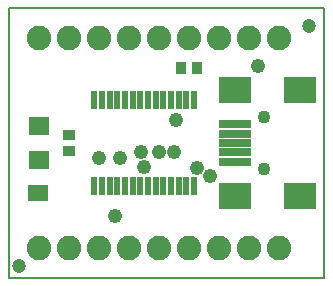
<source format=gts>
G04 Layer_Color=8388736*
%FSLAX25Y25*%
%MOIN*%
G70*
G01*
G75*
%ADD19C,0.00800*%
%ADD24R,0.03556X0.04343*%
%ADD25R,0.04343X0.03556*%
%ADD26R,0.07099X0.06312*%
%ADD27R,0.10643X0.02769*%
%ADD28R,0.10643X0.08674*%
%ADD29R,0.03300X0.05800*%
%ADD30R,0.02170X0.06300*%
G04:AMPARAMS|DCode=31|XSize=47.37mil|YSize=47.37mil|CornerRadius=23.68mil|HoleSize=0mil|Usage=FLASHONLY|Rotation=0.000|XOffset=0mil|YOffset=0mil|HoleType=Round|Shape=RoundedRectangle|*
%AMROUNDEDRECTD31*
21,1,0.04737,0.00000,0,0,0.0*
21,1,0.00000,0.04737,0,0,0.0*
1,1,0.04737,0.00000,0.00000*
1,1,0.04737,0.00000,0.00000*
1,1,0.04737,0.00000,0.00000*
1,1,0.04737,0.00000,0.00000*
%
%ADD31ROUNDEDRECTD31*%
%ADD32C,0.04343*%
%ADD33C,0.08200*%
%ADD34C,0.04800*%
D19*
X100000Y190000D02*
X205000D01*
Y100000D02*
Y190000D01*
X100000Y100000D02*
X205000D01*
X100000D02*
Y190000D01*
D24*
X157441Y170000D02*
D03*
X162559D02*
D03*
D25*
X120000Y147559D02*
D03*
Y142441D02*
D03*
D26*
X110000Y139488D02*
D03*
Y150512D02*
D03*
D27*
X175157Y145000D02*
D03*
Y141850D02*
D03*
Y151299D02*
D03*
Y148150D02*
D03*
Y138701D02*
D03*
D28*
X196811Y162717D02*
D03*
Y127283D02*
D03*
X175157Y162717D02*
D03*
Y127283D02*
D03*
D29*
X108078Y128490D02*
D03*
X111425D02*
D03*
D30*
X128366Y159394D02*
D03*
X130925D02*
D03*
X133484D02*
D03*
X136043D02*
D03*
X138602D02*
D03*
X141161D02*
D03*
X143720D02*
D03*
X148839D02*
D03*
X146280D02*
D03*
X151398D02*
D03*
X153957D02*
D03*
X156516D02*
D03*
X159075D02*
D03*
X161634D02*
D03*
X128366Y130606D02*
D03*
X130925D02*
D03*
X133484D02*
D03*
X136043D02*
D03*
X138602D02*
D03*
X141161D02*
D03*
X143720D02*
D03*
X146280D02*
D03*
X148839D02*
D03*
X151398D02*
D03*
X153957D02*
D03*
X156516D02*
D03*
X159075D02*
D03*
X161634D02*
D03*
D31*
X103400Y104000D02*
D03*
X199800Y184000D02*
D03*
D32*
X185000Y136339D02*
D03*
Y153661D02*
D03*
D33*
X190000Y180000D02*
D03*
X180000D02*
D03*
X170000D02*
D03*
X160000D02*
D03*
X150000D02*
D03*
X140000D02*
D03*
X130000D02*
D03*
X120000D02*
D03*
X110000D02*
D03*
Y110000D02*
D03*
X120000D02*
D03*
X130000D02*
D03*
X140000D02*
D03*
X150000D02*
D03*
X160000D02*
D03*
X170000D02*
D03*
X180000D02*
D03*
X190000D02*
D03*
D34*
X155500Y152500D02*
D03*
X135120Y120710D02*
D03*
X183070Y170700D02*
D03*
X137000Y140000D02*
D03*
X145000Y137000D02*
D03*
X130000Y140000D02*
D03*
X144000Y142000D02*
D03*
X155000D02*
D03*
X162500Y136500D02*
D03*
X150000Y142000D02*
D03*
X167000Y134000D02*
D03*
M02*

</source>
